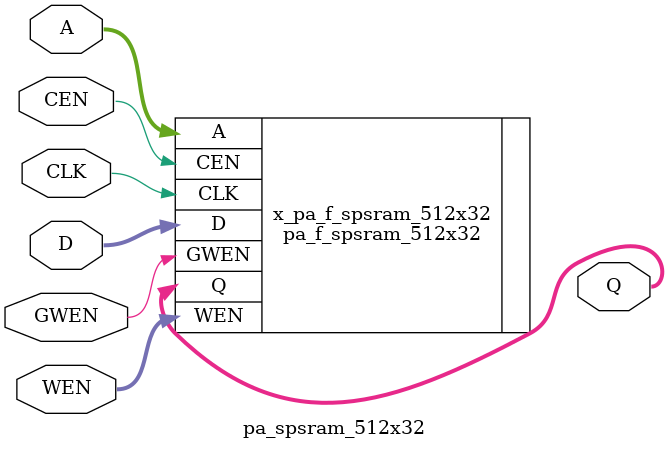
<source format=v>

/*Copyright 2020-2021 T-Head Semiconductor Co., Ltd.

Licensed under the Apache License, Version 2.0 (the "License");
you may not use this file except in compliance with the License.
You may obtain a copy of the License at

    http://www.apache.org/licenses/LICENSE-2.0

Unless required by applicable law or agreed to in writing, software
distributed under the License is distributed on an "AS IS" BASIS,
WITHOUT WARRANTIES OR CONDITIONS OF ANY KIND, either express or implied.
See the License for the specific language governing permissions and
limitations under the License.
*/

// &ModuleBeg; @22
module pa_spsram_512x32(
  A,
  CEN,
  CLK,
  D,
  GWEN,
  Q,
  WEN
);

// &Ports; @23
input   [8 :0]  A;   
input           CEN; 
input           CLK; 
input   [31:0]  D;   
input           GWEN; 
input   [31:0]  WEN; 
output  [31:0]  Q;   

// &Regs; @24

// &Wires; @25
wire    [8 :0]  A;   
wire            CEN; 
wire            CLK; 
wire    [31:0]  D;   
wire            GWEN; 
wire    [31:0]  Q;   
wire    [31:0]  WEN; 


//**********************************************************
//                  Parameter Definition
//**********************************************************
parameter ADDR_WIDTH = 9;
parameter DATA_WIDTH = 32;
parameter WE_WIDTH   = 32;

// &Force("bus","Q",DATA_WIDTH-1,0); @34
// &Force("bus","WEN",WE_WIDTH-1,0); @35
// &Force("bus","A",ADDR_WIDTH-1,0); @36
// &Force("bus","D",DATA_WIDTH-1,0); @37

//  //********************************************************
//  //*                        FPGA memory                   *
//  //********************************************************
//   &Instance("pa_f_spsram_512x32"); @43
pa_f_spsram_512x32  x_pa_f_spsram_512x32 (
  .A    (A   ),
  .CEN  (CEN ),
  .CLK  (CLK ),
  .D    (D   ),
  .GWEN (GWEN),
  .Q    (Q   ),
  .WEN  (WEN )
);

//   &Instance("pa_tsmc_spsram_512x32"); @49

// &ModuleEnd; @65
endmodule



</source>
